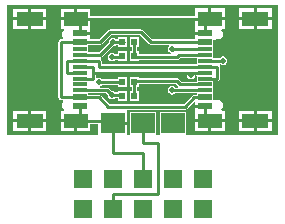
<source format=gtl>
G04*
G04 #@! TF.GenerationSoftware,Altium Limited,Altium Designer,18.1.7 (191)*
G04*
G04 Layer_Physical_Order=1*
G04 Layer_Color=255*
%FSLAX44Y44*%
%MOMM*%
G71*
G01*
G75*
%ADD12R,0.6000X0.6000*%
%ADD13R,1.1500X0.6000*%
%ADD14R,1.1500X0.3000*%
%ADD23C,0.2540*%
%ADD24R,1.6000X1.6000*%
%ADD25R,2.0000X1.8000*%
%ADD26R,2.0000X1.2000*%
%ADD27R,2.3000X1.2000*%
%ADD28C,0.5080*%
G36*
X1284290Y465170D02*
X1284740D01*
Y462680D01*
X1293030D01*
Y460140D01*
X1284740D01*
Y456225D01*
X1248049D01*
X1240447Y463827D01*
X1239696Y464328D01*
X1238810Y464505D01*
X1212190D01*
X1211304Y464328D01*
X1210553Y463827D01*
X1202951Y456225D01*
X1195260D01*
Y460140D01*
X1186970D01*
Y462680D01*
X1195260D01*
Y465070D01*
X1195710D01*
Y471296D01*
X1284290D01*
Y465170D01*
D02*
G37*
G36*
X1355000Y375000D02*
X1276400D01*
Y395000D01*
X1254400D01*
Y375000D01*
X1251000D01*
Y395000D01*
X1229000D01*
Y375000D01*
X1227140D01*
Y383730D01*
X1214600D01*
Y386270D01*
X1227140D01*
Y396540D01*
X1228350Y396685D01*
X1276000D01*
X1276886Y396862D01*
X1277637Y397363D01*
X1283567Y403293D01*
X1284740Y402807D01*
Y400680D01*
X1293030D01*
Y398140D01*
X1284740D01*
Y395750D01*
X1284290D01*
Y388480D01*
X1296830D01*
X1309370D01*
Y395750D01*
X1306962D01*
X1306576Y397020D01*
X1307064Y397346D01*
X1308003Y398752D01*
X1308333Y400410D01*
X1308003Y402068D01*
X1307064Y403474D01*
X1305658Y404413D01*
X1304000Y404743D01*
X1302590Y404463D01*
X1301320Y404950D01*
Y404950D01*
X1299780D01*
Y410410D01*
Y420596D01*
X1303000D01*
X1303886Y420772D01*
X1304637Y421273D01*
X1305138Y422024D01*
X1305314Y422910D01*
Y432910D01*
X1305138Y433796D01*
X1305765Y434814D01*
X1305903Y434938D01*
X1306249Y434912D01*
X1306619Y434665D01*
X1308000Y434391D01*
X1309381Y434665D01*
X1310552Y435448D01*
X1311335Y436619D01*
X1311609Y438000D01*
X1311335Y439381D01*
X1310552Y440552D01*
X1309381Y441335D01*
X1308000Y441609D01*
X1306619Y441335D01*
X1305448Y440552D01*
X1305289Y440314D01*
X1299780D01*
Y450410D01*
X1299750D01*
Y455870D01*
X1301320D01*
X1301320Y455870D01*
X1302590Y456357D01*
X1304000Y456077D01*
X1305658Y456407D01*
X1307064Y457346D01*
X1308003Y458752D01*
X1308333Y460410D01*
X1308003Y462068D01*
X1307064Y463474D01*
X1306427Y463900D01*
X1306812Y465170D01*
X1309370D01*
Y472440D01*
X1296830D01*
Y473710D01*
X1295560D01*
Y482250D01*
X1284290D01*
Y475924D01*
X1195710D01*
Y482150D01*
X1184440D01*
Y473610D01*
X1183170D01*
Y472340D01*
X1170630D01*
Y465070D01*
X1173038D01*
X1173424Y463800D01*
X1172936Y463474D01*
X1171997Y462068D01*
X1171667Y460410D01*
X1171997Y458752D01*
X1172837Y457495D01*
X1172667Y456849D01*
X1172328Y456225D01*
X1171000D01*
X1170114Y456048D01*
X1169363Y455547D01*
X1168862Y454796D01*
X1168686Y453910D01*
Y406910D01*
X1168862Y406024D01*
X1169363Y405273D01*
X1170114Y404772D01*
X1171000Y404595D01*
X1172328D01*
X1172667Y403971D01*
X1172837Y403326D01*
X1171997Y402068D01*
X1171667Y400410D01*
X1171997Y398752D01*
X1172936Y397346D01*
X1173573Y396920D01*
X1173188Y395650D01*
X1170630D01*
Y388380D01*
X1183170D01*
Y387110D01*
X1184440D01*
Y378570D01*
X1195710D01*
Y384795D01*
X1202060D01*
Y375000D01*
X1125000D01*
Y485000D01*
X1355000D01*
Y375000D01*
D02*
G37*
G36*
X1245453Y452273D02*
X1246204Y451772D01*
X1247090Y451595D01*
X1261734D01*
X1262036Y451154D01*
X1262296Y450326D01*
X1261665Y449381D01*
X1261391Y448000D01*
X1261665Y446619D01*
X1262448Y445448D01*
X1263619Y444665D01*
X1264026Y444585D01*
X1263901Y443315D01*
X1237080D01*
Y446000D01*
X1235395D01*
Y450000D01*
X1237080D01*
Y458000D01*
X1229080D01*
Y450000D01*
X1230766D01*
Y446000D01*
X1229080D01*
Y438000D01*
X1237080D01*
Y438685D01*
X1269000D01*
X1269886Y438862D01*
X1270637Y439363D01*
X1271869Y440596D01*
X1286280D01*
Y435410D01*
X1286250Y435410D01*
Y435405D01*
X1285087Y435224D01*
X1205314D01*
Y437910D01*
X1205138Y438796D01*
X1204696Y439457D01*
X1204735Y439975D01*
X1204942Y440870D01*
X1205547Y441273D01*
X1214720Y450446D01*
X1215000Y450391D01*
X1216381Y450665D01*
X1217552Y451448D01*
X1217711Y451685D01*
X1218920D01*
Y450000D01*
X1226920D01*
Y458000D01*
X1218920D01*
Y456315D01*
X1217711D01*
X1217552Y456552D01*
X1216381Y457335D01*
X1215000Y457609D01*
X1213619Y457335D01*
X1212448Y456552D01*
X1211665Y455381D01*
X1211391Y454000D01*
X1211446Y453720D01*
X1202951Y445224D01*
X1193720D01*
Y451595D01*
X1203910D01*
X1204796Y451772D01*
X1205547Y452273D01*
X1213149Y459875D01*
X1237851D01*
X1245453Y452273D01*
D02*
G37*
G36*
X1286280Y425410D02*
Y420224D01*
X1278452D01*
X1278000Y420314D01*
X1272959D01*
X1270717Y422557D01*
X1269966Y423058D01*
X1269080Y423234D01*
X1245402D01*
X1245000Y423315D01*
X1237080D01*
Y424000D01*
X1229080D01*
Y416000D01*
X1230766D01*
Y412000D01*
X1229080D01*
Y404000D01*
X1237080D01*
Y412000D01*
X1235395D01*
Y416000D01*
X1237080D01*
Y418605D01*
X1268121D01*
X1270232Y416494D01*
X1270153Y415951D01*
X1269782Y415224D01*
X1267771D01*
X1267552Y415552D01*
X1266381Y416335D01*
X1265000Y416609D01*
X1263619Y416335D01*
X1262448Y415552D01*
X1261665Y414381D01*
X1261391Y413000D01*
X1261665Y411619D01*
X1262448Y410448D01*
X1263619Y409665D01*
X1265000Y409391D01*
X1266381Y409665D01*
X1267552Y410448D01*
X1267651Y410596D01*
X1286280D01*
Y409225D01*
X1283910D01*
X1283024Y409048D01*
X1282273Y408547D01*
X1275041Y401315D01*
X1211959D01*
X1204727Y408547D01*
X1203976Y409048D01*
X1203090Y409225D01*
X1193750D01*
Y410596D01*
X1209131D01*
X1210446Y409280D01*
X1210391Y409000D01*
X1210665Y407619D01*
X1211448Y406448D01*
X1212619Y405665D01*
X1214000Y405391D01*
X1215381Y405665D01*
X1216552Y406448D01*
X1216711Y406685D01*
X1218920D01*
Y404000D01*
X1226920D01*
Y412000D01*
X1223093D01*
X1222886Y412138D01*
X1222000Y412314D01*
X1221114Y412138D01*
X1220907Y412000D01*
X1218920D01*
Y411315D01*
X1216711D01*
X1216552Y411552D01*
X1215381Y412335D01*
X1214000Y412609D01*
X1213720Y412554D01*
X1211727Y414547D01*
X1210976Y415048D01*
X1210090Y415224D01*
X1203647D01*
X1203522Y416494D01*
X1204381Y416665D01*
X1205552Y417448D01*
X1205711Y417686D01*
X1218920D01*
Y416000D01*
X1226920D01*
Y424000D01*
X1218920D01*
Y422314D01*
X1205711D01*
X1205552Y422552D01*
X1204381Y423335D01*
X1203000Y423609D01*
X1201619Y423335D01*
X1201584Y423312D01*
X1200314Y423991D01*
Y425596D01*
X1277471D01*
X1277665Y424619D01*
X1278448Y423448D01*
X1279619Y422665D01*
X1281000Y422391D01*
X1282381Y422665D01*
X1283552Y423448D01*
X1284335Y424619D01*
X1284529Y425596D01*
X1285087D01*
X1286280Y425410D01*
D02*
G37*
%LPC*%
G36*
X1349470Y482250D02*
X1336700D01*
Y474980D01*
X1349470D01*
Y482250D01*
D02*
G37*
G36*
X1309370D02*
X1298100D01*
Y474980D01*
X1309370D01*
Y482250D01*
D02*
G37*
G36*
X1334160D02*
X1321390D01*
Y474980D01*
X1334160D01*
Y482250D01*
D02*
G37*
G36*
X1181900Y482150D02*
X1170630D01*
Y474880D01*
X1181900D01*
Y482150D01*
D02*
G37*
G36*
X1158610D02*
X1145840D01*
Y474880D01*
X1158610D01*
Y482150D01*
D02*
G37*
G36*
X1143300D02*
X1130530D01*
Y474880D01*
X1143300D01*
Y482150D01*
D02*
G37*
G36*
X1349470Y472440D02*
X1336700D01*
Y465170D01*
X1349470D01*
Y472440D01*
D02*
G37*
G36*
X1334160D02*
X1321390D01*
Y465170D01*
X1334160D01*
Y472440D01*
D02*
G37*
G36*
X1158610Y472340D02*
X1145840D01*
Y465070D01*
X1158610D01*
Y472340D01*
D02*
G37*
G36*
X1143300D02*
X1130530D01*
Y465070D01*
X1143300D01*
Y472340D01*
D02*
G37*
G36*
X1349470Y395750D02*
X1336700D01*
Y388480D01*
X1349470D01*
Y395750D01*
D02*
G37*
G36*
X1334160D02*
X1321390D01*
Y388480D01*
X1334160D01*
Y395750D01*
D02*
G37*
G36*
X1158610Y395650D02*
X1145840D01*
Y388380D01*
X1158610D01*
Y395650D01*
D02*
G37*
G36*
X1143300D02*
X1130530D01*
Y388380D01*
X1143300D01*
Y395650D01*
D02*
G37*
G36*
X1349470Y385940D02*
X1336700D01*
Y378670D01*
X1349470D01*
Y385940D01*
D02*
G37*
G36*
X1334160D02*
X1321390D01*
Y378670D01*
X1334160D01*
Y385940D01*
D02*
G37*
G36*
X1309370D02*
X1298100D01*
Y378670D01*
X1309370D01*
Y385940D01*
D02*
G37*
G36*
X1295560D02*
X1284290D01*
Y378670D01*
X1295560D01*
Y385940D01*
D02*
G37*
G36*
X1181900Y385840D02*
X1170630D01*
Y378570D01*
X1181900D01*
Y385840D01*
D02*
G37*
G36*
X1158610D02*
X1145840D01*
Y378570D01*
X1158610D01*
Y385840D01*
D02*
G37*
G36*
X1143300D02*
X1130530D01*
Y378570D01*
X1143300D01*
Y385840D01*
D02*
G37*
G36*
X1226920Y446000D02*
X1218920D01*
Y443315D01*
X1216711D01*
X1216552Y443552D01*
X1215381Y444335D01*
X1214000Y444609D01*
X1212619Y444335D01*
X1211448Y443552D01*
X1210665Y442381D01*
X1210391Y441000D01*
X1210665Y439619D01*
X1211448Y438448D01*
X1212619Y437665D01*
X1214000Y437391D01*
X1215381Y437665D01*
X1216552Y438448D01*
X1216711Y438685D01*
X1218920D01*
Y438000D01*
X1226920D01*
Y446000D01*
D02*
G37*
%LPD*%
D12*
X1233080Y408000D02*
D03*
X1222920D02*
D03*
X1233080Y442000D02*
D03*
X1222920D02*
D03*
X1233080Y454000D02*
D03*
X1222920D02*
D03*
X1233080Y420000D02*
D03*
X1222920D02*
D03*
D13*
X1293030Y461410D02*
D03*
X1293000Y453910D02*
D03*
X1293030Y406910D02*
D03*
Y399410D02*
D03*
X1186970Y399410D02*
D03*
X1187000Y406910D02*
D03*
X1186970Y453910D02*
D03*
Y461410D02*
D03*
D14*
X1293030Y447910D02*
D03*
Y442910D02*
D03*
Y437910D02*
D03*
X1293000Y432910D02*
D03*
X1293030Y427910D02*
D03*
Y422910D02*
D03*
Y417910D02*
D03*
Y412910D02*
D03*
X1186970D02*
D03*
Y417910D02*
D03*
Y422910D02*
D03*
X1187000Y427910D02*
D03*
X1186970Y432910D02*
D03*
Y437910D02*
D03*
Y442910D02*
D03*
Y447910D02*
D03*
D23*
X1253000Y325000D02*
Y368000D01*
X1240000D02*
X1253000D01*
X1265000Y447000D02*
X1266000Y448000D01*
X1265000Y412910D02*
X1293030D01*
X1214600Y360000D02*
X1240000D01*
X1296390Y473610D02*
X1296560Y473440D01*
X1297000Y473000D01*
X1240000Y368000D02*
Y380000D01*
X1214600Y325000D02*
X1253000D01*
X1214600Y312300D02*
Y325000D01*
X1240000Y337700D02*
Y360000D01*
X1214600D02*
Y385000D01*
X1208890Y387110D02*
X1212000Y384000D01*
X1183170Y387110D02*
X1208890D01*
X1293030Y469910D02*
X1296560Y473440D01*
X1183170Y473610D02*
X1296390D01*
X1233080Y420920D02*
X1244920D01*
X1232920D02*
X1233080D01*
X1272000Y418000D02*
X1278000D01*
X1269080Y420920D02*
X1272000Y418000D01*
X1244920Y420920D02*
X1269080D01*
X1211000Y399000D02*
X1276000D01*
X1203090Y406910D02*
X1211000Y399000D01*
X1190000Y406910D02*
X1203090D01*
X1221000Y409000D02*
X1222000Y410000D01*
X1214000Y409000D02*
X1214000D01*
X1210090Y412910D02*
X1214000Y409000D01*
X1186970Y412910D02*
X1210090D01*
X1214000Y409000D02*
X1221000D01*
X1212190Y462190D02*
X1238810D01*
X1203910Y453910D02*
X1212190Y462190D01*
X1186970Y453910D02*
X1203910D01*
X1247090D02*
X1293000D01*
X1238810Y462190D02*
X1247090Y453910D01*
X1233080Y420920D02*
Y421000D01*
Y411000D02*
Y420920D01*
X1278090Y417910D02*
X1293030D01*
X1292910Y432910D02*
X1293000Y433000D01*
X1203000Y432910D02*
X1292910D01*
X1203000D02*
Y437910D01*
X1203910Y442910D02*
X1215000Y454000D01*
X1186970Y442910D02*
X1203910D01*
X1186970Y432910D02*
X1198000D01*
Y427910D02*
Y432910D01*
X1171000Y406910D02*
Y453910D01*
X1222920Y454000D02*
X1224000D01*
X1215000D02*
X1222920D01*
X1176000Y427910D02*
Y437910D01*
Y427910D02*
X1187000D01*
X1214000Y441000D02*
X1222000D01*
X1203000Y420000D02*
X1221000D01*
X1222000Y421000D01*
X1233080Y442920D02*
X1234000Y442000D01*
X1269000Y441000D02*
X1270910Y442910D01*
X1234000Y441000D02*
X1269000D01*
X1198000Y427910D02*
X1293030D01*
X1293120Y438000D02*
X1308000D01*
X1293030Y437910D02*
X1293120Y438000D01*
X1270910Y442910D02*
X1293030D01*
X1280910Y447910D02*
X1293030D01*
X1280820Y448000D02*
X1280910Y447910D01*
X1266000Y448000D02*
X1280820D01*
X1244920Y420920D02*
X1245000Y421000D01*
X1233080D02*
X1245000D01*
X1233080Y442920D02*
Y452000D01*
X1233000Y443000D02*
X1233080Y442920D01*
X1265000Y447000D02*
Y448000D01*
X1276000Y399000D02*
X1283910Y406910D01*
X1287030D01*
X1292940Y438000D02*
X1293030Y437910D01*
Y427910D02*
X1293090D01*
X1293030Y391010D02*
X1296830Y387210D01*
X1293030Y391010D02*
Y399410D01*
Y461410D02*
Y469910D01*
X1183170Y473610D02*
X1186970Y469810D01*
Y461410D02*
Y469810D01*
X1183170Y387110D02*
X1186970Y390910D01*
Y399410D01*
X1171000Y453910D02*
X1186970D01*
X1171000Y406910D02*
X1187000D01*
X1189970Y437910D02*
X1203000D01*
X1198000Y422910D02*
Y427910D01*
X1293000Y432910D02*
X1303000D01*
Y422910D02*
Y432910D01*
X1293030Y422910D02*
X1303000D01*
X1186970D02*
X1198000D01*
X1176000Y437910D02*
X1186970D01*
Y399410D02*
Y399410D01*
D24*
X1189200Y337700D02*
D03*
X1214600D02*
D03*
X1240000D02*
D03*
X1265400D02*
D03*
X1290800D02*
D03*
Y312300D02*
D03*
X1265400D02*
D03*
X1240000D02*
D03*
X1214600D02*
D03*
X1189200D02*
D03*
D25*
X1265400Y385000D02*
D03*
X1240000D02*
D03*
X1214600D02*
D03*
D26*
X1296830Y473710D02*
D03*
Y387210D02*
D03*
X1183170Y387110D02*
D03*
Y473610D02*
D03*
D27*
X1335430Y473710D02*
D03*
Y387210D02*
D03*
X1144570Y387110D02*
D03*
Y473610D02*
D03*
D28*
X1265000Y413000D02*
D03*
X1214000Y409000D02*
D03*
X1203000Y420000D02*
D03*
X1214000Y441000D02*
D03*
X1215000Y454000D02*
D03*
X1308000Y438000D02*
D03*
X1265000Y448000D02*
D03*
X1281000Y426000D02*
D03*
M02*

</source>
